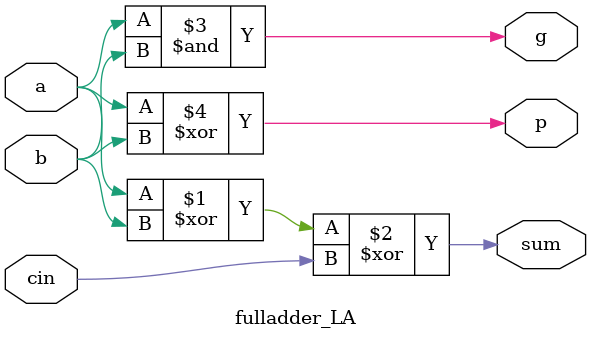
<source format=v>

module fulladder_LA(a, b, cin, sum, p, g);
    input a, b, cin;
    output sum, p, g;

    assign sum = a ^ b ^ cin;
    assign g = a & b;
    assign p = a ^ b;
endmodule

</source>
